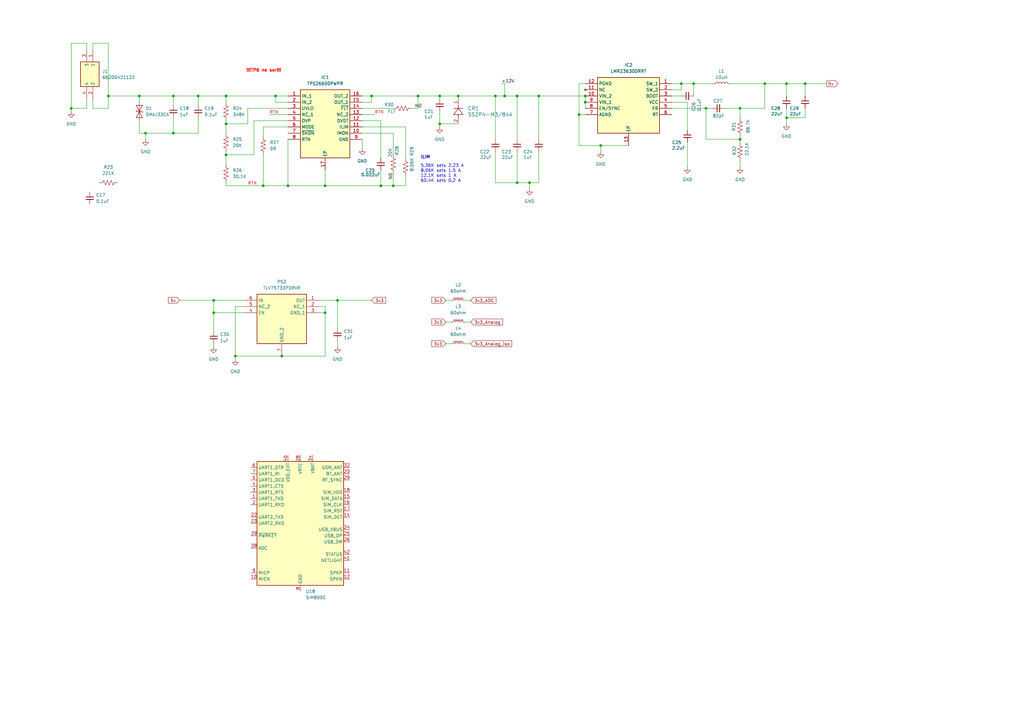
<source format=kicad_sch>
(kicad_sch (version 20231120) (generator "eeschema") (generator_version "8.0")
  (paper "A3")
  (lib_symbols
    (symbol "2024-07-17_21-12-58:SS2P4-M3_84A" (pin_names (offset 0.254))
      (property "Reference" "CR" (at 5.08 4.445 0))
      (property "Value" "SS2P4-M3/84A" (at 5.08 -3.81 0))
      (symbol "SS2P4-M3_84A_0_1"
        (polyline (pts (xy 2.54 0) (xy 3.4798 0)) (stroke (width 0.2032)))
        (polyline (pts (xy 3.175 0) (xy 3.81 0)) (stroke (width 0.2032)))
        (polyline (pts (xy 3.81 -1.905) (xy 6.35 0)) (stroke (width 0.2032)))
        (polyline (pts (xy 3.81 1.905) (xy 3.81 -1.905)) (stroke (width 0.2032)))
        (polyline (pts (xy 6.35 -1.905) (xy 6.35 1.905)) (stroke (width 0.2032)))
        (polyline (pts (xy 6.35 0) (xy 3.81 1.905)) (stroke (width 0.2032)))
        (polyline (pts (xy 6.35 0) (xy 7.62 0)) (stroke (width 0.2032)))
        (pin unspecified line (at 10.16 0 180) (length 2.54) (name "") (number "1"))
        (pin unspecified line (at 0 0 0) (length 2.54) (name "") (number "2"))
      )
    )
    (symbol "66200421122:66200421122"
      (property "Reference" "J" (at 16.51 7.62 0))
      (property "Value" "66200421122" (at 16.51 5.08 0))
      (symbol "66200421122_1_1"
        (rectangle (start 5.08 2.54) (end 15.24 -5.08) (stroke (width 0.254)) (fill (type background)))
        (pin passive line (at 20.32 -2.54 180) (length 5.08) (name "1") (number "1"))
        (pin passive line (at 0 -2.54 0) (length 5.08) (name "2") (number "2"))
        (pin passive line (at 20.32 0 180) (length 5.08) (name "3") (number "3"))
        (pin passive line (at 0 0 0) (length 5.08) (name "4") (number "4"))
      )
    )
    (symbol "Device:C_Small" (pin_numbers hide) (pin_names (offset 0.254) hide)
      (property "Reference" "C" (at 0.254 1.778 0))
      (property "Value" "C_Small" (at 0.254 -2.032 0))
      (symbol "C_Small_0_1"
        (polyline (pts (xy -1.524 -0.508) (xy 1.524 -0.508)) (stroke (width 0.3302)))
        (polyline (pts (xy -1.524 0.508) (xy 1.524 0.508)) (stroke (width 0.3048)))
      )
      (symbol "C_Small_1_1"
        (pin passive line (at 0 2.54 270) (length 2.032) (name "~") (number "1"))
        (pin passive line (at 0 -2.54 90) (length 2.032) (name "~") (number "2"))
      )
    )
    (symbol "Device:L" (pin_numbers hide) (pin_names (offset 1.016) hide)
      (property "Reference" "L" (at -1.27 0 90))
      (property "Value" "L" (at 1.905 0 90))
      (symbol "L_0_1"
        (arc (start 0 -2.54) (mid 0.6323 -1.905) (end 0 -1.27))
        (arc (start 0 -1.27) (mid 0.6323 -0.635) (end 0 0))
        (arc (start 0 0) (mid 0.6323 0.635) (end 0 1.27))
        (arc (start 0 1.27) (mid 0.6323 1.905) (end 0 2.54))
      )
      (symbol "L_1_1"
        (pin passive line (at 0 3.81 270) (length 1.27) (name "1") (number "1"))
        (pin passive line (at 0 -3.81 90) (length 1.27) (name "2") (number "2"))
      )
    )
    (symbol "Device:L_Ferrite_Small" (pin_numbers hide) (pin_names (offset 0.254) hide)
      (property "Reference" "L" (at 1.27 1.016 0))
      (property "Value" "L_Ferrite_Small" (at 1.27 -1.27 0))
      (symbol "L_Ferrite_Small_0_1"
        (arc (start 0 -2.032) (mid 0.5058 -1.524) (end 0 -1.016))
        (arc (start 0 -1.016) (mid 0.5058 -0.508) (end 0 0))
        (polyline (pts (xy 0.762 -1.905) (xy 0.762 -1.651)))
        (polyline (pts (xy 0.762 -1.397) (xy 0.762 -1.143)))
        (polyline (pts (xy 0.762 -0.889) (xy 0.762 -0.635)))
        (polyline (pts (xy 0.762 -0.381) (xy 0.762 -0.127)))
        (polyline (pts (xy 0.762 0.127) (xy 0.762 0.381)))
        (polyline (pts (xy 0.762 0.635) (xy 0.762 0.889)))
        (polyline (pts (xy 0.762 1.143) (xy 0.762 1.397)))
        (polyline (pts (xy 0.762 1.651) (xy 0.762 1.905)))
        (polyline (pts (xy 1.016 -1.651) (xy 1.016 -1.905)))
        (polyline (pts (xy 1.016 -1.143) (xy 1.016 -1.397)))
        (polyline (pts (xy 1.016 -0.635) (xy 1.016 -0.889)))
        (polyline (pts (xy 1.016 -0.127) (xy 1.016 -0.381)))
        (polyline (pts (xy 1.016 0.381) (xy 1.016 0.127)))
        (polyline (pts (xy 1.016 0.889) (xy 1.016 0.635)))
        (polyline (pts (xy 1.016 1.397) (xy 1.016 1.143)))
        (polyline (pts (xy 1.016 1.905) (xy 1.016 1.651)))
        (arc (start 0 0) (mid 0.5058 0.508) (end 0 1.016))
        (arc (start 0 1.016) (mid 0.5058 1.524) (end 0 2.032))
      )
      (symbol "L_Ferrite_Small_1_1"
        (pin passive line (at 0 2.54 270) (length 0.508) (name "~") (number "1"))
        (pin passive line (at 0 -2.54 90) (length 0.508) (name "~") (number "2"))
      )
    )
    (symbol "Device:R_US" (pin_numbers hide) (pin_names (offset 0))
      (property "Reference" "R" (at 2.54 0 90))
      (property "Value" "R_US" (at -2.54 0 90))
      (symbol "R_US_0_1"
        (polyline (pts (xy 0 -2.286) (xy 0 -2.54)))
        (polyline (pts (xy 0 2.286) (xy 0 2.54)))
        (polyline (pts (xy 0 -0.762) (xy 1.016 -1.143) (xy 0 -1.524) (xy -1.016 -1.905) (xy 0 -2.286)))
        (polyline (pts (xy 0 0.762) (xy 1.016 0.381) (xy 0 0) (xy -1.016 -0.381) (xy 0 -0.762)))
        (polyline (pts (xy 0 2.286) (xy 1.016 1.905) (xy 0 1.524) (xy -1.016 1.143) (xy 0 0.762)))
      )
      (symbol "R_US_1_1"
        (pin passive line (at 0 3.81 270) (length 1.27) (name "~") (number "1"))
        (pin passive line (at 0 -3.81 90) (length 1.27) (name "~") (number "2"))
      )
    )
    (symbol "Diode:SMAJ33CA" (pin_numbers hide) (pin_names (offset 1.016) hide)
      (property "Reference" "D" (at 0 2.54 0))
      (property "Value" "SMAJ33CA" (at 0 -2.54 0))
      (symbol "SMAJ33CA_0_1"
        (polyline (pts (xy 1.27 0) (xy -1.27 0)))
        (polyline (pts (xy -2.54 -1.27) (xy 0 0) (xy -2.54 1.27) (xy -2.54 -1.27)) (stroke (width 0.2032)))
        (polyline (pts (xy 0.508 1.27) (xy 0 1.27) (xy 0 -1.27) (xy -0.508 -1.27)) (stroke (width 0.2032)))
        (polyline (pts (xy 2.54 1.27) (xy 2.54 -1.27) (xy 0 0) (xy 2.54 1.27)) (stroke (width 0.2032)))
      )
      (symbol "SMAJ33CA_1_1"
        (pin passive line (at -3.81 0 0) (length 2.54) (name "A1") (number "1"))
        (pin passive line (at 3.81 0 180) (length 2.54) (name "A2") (number "2"))
      )
    )
    (symbol "LMR23630DRRT:LMR23630DRRT"
      (property "Reference" "IC" (at 31.75 7.62 0))
      (property "Value" "LMR23630DRRT" (at 31.75 5.08 0))
      (symbol "LMR23630DRRT_1_1"
        (rectangle (start 5.08 2.54) (end 30.48 -20.32) (stroke (width 0.254)) (fill (type background)))
        (pin passive line (at 0 0 0) (length 5.08) (name "SW_1") (number "1"))
        (pin passive line (at 35.56 -5.08 180) (length 5.08) (name "VIN_2") (number "10"))
        (pin no_connect line (at 35.56 -2.54 180) (length 5.08) (name "NC") (number "11"))
        (pin passive line (at 35.56 0 180) (length 5.08) (name "PGND") (number "12"))
        (pin passive line (at 17.78 -25.4 90) (length 5.08) (name "EP") (number "13"))
        (pin passive line (at 0 -2.54 0) (length 5.08) (name "SW_2") (number "2"))
        (pin passive line (at 0 -5.08 0) (length 5.08) (name "BOOT") (number "3"))
        (pin passive line (at 0 -7.62 0) (length 5.08) (name "VCC") (number "4"))
        (pin passive line (at 0 -10.16 0) (length 5.08) (name "FB") (number "5"))
        (pin passive line (at 0 -12.7 0) (length 5.08) (name "RT") (number "6"))
        (pin passive line (at 35.56 -12.7 180) (length 5.08) (name "AGND") (number "7"))
        (pin passive line (at 35.56 -10.16 180) (length 5.08) (name "EN/SYNC") (number "8"))
        (pin passive line (at 35.56 -7.62 180) (length 5.08) (name "VIN_1") (number "9"))
      )
    )
    (symbol "RF_GSM:SIM800C"
      (property "Reference" "U" (at -15.24 26.67 0))
      (property "Value" "SIM800C" (at 12.7 26.67 0))
      (symbol "SIM800C_0_1"
        (rectangle (start -17.78 25.4) (end 17.78 -25.4) (stroke (width 0.254)) (fill (type background)))
      )
      (symbol "SIM800C_1_1"
        (pin output line (at -20.32 10.16 0) (length 2.54) (name "UART1_TXD") (number "1"))
        (pin input line (at -20.32 -22.86 0) (length 2.54) (name "MICN") (number "10"))
        (pin output line (at 20.32 -20.32 180) (length 2.54) (name "SPKP") (number "11"))
        (pin output line (at 20.32 -22.86 180) (length 2.54) (name "SPKN") (number "12"))
        (pin passive line (at 0 -27.94 90) (length 2.54) hide (name "GND") (number "13"))
        (pin input line (at 20.32 2.54 180) (length 2.54) (name "SIM_DET") (number "14"))
        (pin bidirectional line (at 20.32 10.16 180) (length 2.54) (name "SIM_DATA") (number "15"))
        (pin output line (at 20.32 7.62 180) (length 2.54) (name "SIM_CLK") (number "16"))
        (pin output line (at 20.32 5.08 180) (length 2.54) (name "SIM_RST") (number "17"))
        (pin power_out line (at 20.32 12.7 180) (length 2.54) (name "SIM_VDD") (number "18"))
        (pin passive line (at 0 -27.94 90) (length 2.54) hide (name "GND") (number "19"))
        (pin input line (at -20.32 7.62 0) (length 2.54) (name "UART1_RXD") (number "2"))
        (pin passive line (at 20.32 20.32 180) (length 2.54) (name "BT_ANT") (number "20"))
        (pin passive line (at 0 -27.94 90) (length 2.54) hide (name "GND") (number "21"))
        (pin output line (at -20.32 2.54 0) (length 2.54) (name "UART2_TXD") (number "22"))
        (pin input line (at -20.32 0 0) (length 2.54) (name "UART2_RXD") (number "23"))
        (pin input line (at 20.32 -2.54 180) (length 2.54) (name "USB_VBUS") (number "24"))
        (pin bidirectional line (at 20.32 -5.08 180) (length 2.54) (name "USB_DP") (number "25"))
        (pin bidirectional line (at 20.32 -7.62 180) (length 2.54) (name "USB_DM") (number "26"))
        (pin passive line (at 0 -27.94 90) (length 2.54) hide (name "GND") (number "27"))
        (pin power_in line (at 0 27.94 270) (length 2.54) (name "VRTC") (number "28"))
        (pin output line (at 20.32 17.78 180) (length 2.54) (name "RF_SYNC") (number "29"))
        (pin input line (at -20.32 12.7 0) (length 2.54) (name "UART1_RTS") (number "3"))
        (pin passive line (at 0 -27.94 90) (length 2.54) hide (name "GND") (number "30"))
        (pin passive line (at 0 -27.94 90) (length 2.54) hide (name "GND") (number "31"))
        (pin passive line (at 20.32 22.86 180) (length 2.54) (name "GSM_ANT") (number "32"))
        (pin passive line (at 0 -27.94 90) (length 2.54) hide (name "GND") (number "33"))
        (pin power_in line (at 5.08 27.94 270) (length 2.54) (name "VBAT") (number "34"))
        (pin passive line (at 5.08 27.94 270) (length 2.54) hide (name "VBAT") (number "35"))
        (pin passive line (at 0 -27.94 90) (length 2.54) hide (name "GND") (number "36"))
        (pin passive line (at 0 -27.94 90) (length 2.54) hide (name "GND") (number "37"))
        (pin input line (at -20.32 -10.16 0) (length 2.54) (name "ADC") (number "38"))
        (pin input line (at -20.32 -5.08 0) (length 2.54) (name "~{PWRKEY}") (number "39"))
        (pin output line (at -20.32 15.24 0) (length 2.54) (name "UART1_CTS") (number "4"))
        (pin power_out line (at -5.08 27.94 270) (length 2.54) (name "VDD_EXT") (number "40"))
        (pin output line (at 20.32 -15.24 180) (length 2.54) (name "NETLIGHT") (number "41"))
        (pin output line (at 20.32 -12.7 180) (length 2.54) (name "STATUS") (number "42"))
        (pin output line (at -20.32 17.78 0) (length 2.54) (name "UART1_DCD") (number "5"))
        (pin input line (at -20.32 22.86 0) (length 2.54) (name "UART1_DTR") (number "6"))
        (pin output line (at -20.32 20.32 0) (length 2.54) (name "UART1_RI") (number "7"))
        (pin power_in line (at 0 -27.94 90) (length 2.54) (name "GND") (number "8"))
        (pin input line (at -20.32 -20.32 0) (length 2.54) (name "MICP") (number "9"))
      )
    )
    (symbol "TLV75733PDRVR:TLV75733PDRVR"
      (property "Reference" "PS" (at 26.67 7.62 0))
      (property "Value" "TLV75733PDRVR" (at 26.67 5.08 0))
      (symbol "TLV75733PDRVR_1_1"
        (rectangle (start 5.08 2.54) (end 25.4 -17.78) (stroke (width 0.254)) (fill (type background)))
        (pin output line (at 0 0 0) (length 5.08) (name "OUT") (number "1"))
        (pin passive line (at 0 -2.54 0) (length 5.08) (name "NC_1") (number "2"))
        (pin power_in line (at 0 -5.08 0) (length 5.08) (name "GND_1") (number "3"))
        (pin input line (at 30.48 -5.08 180) (length 5.08) (name "EN") (number "4"))
        (pin passive line (at 30.48 -2.54 180) (length 5.08) (name "NC_2") (number "5"))
        (pin power_in line (at 30.48 0 180) (length 5.08) (name "IN") (number "6"))
        (pin power_in line (at 15.24 -22.86 90) (length 5.08) (name "GND_2") (number "7"))
      )
    )
    (symbol "TPS26600PWPR:TPS26600PWPR"
      (property "Reference" "IC" (at 26.67 7.62 0))
      (property "Value" "TPS26600PWPR" (at 26.67 5.08 0))
      (symbol "TPS26600PWPR_1_1"
        (rectangle (start 5.08 2.54) (end 25.4 -25.4) (stroke (width 0.254)) (fill (type background)))
        (pin passive line (at 0 0 0) (length 5.08) (name "IN_1") (number "1"))
        (pin passive line (at 30.48 -15.24 180) (length 5.08) (name "IMON") (number "10"))
        (pin passive line (at 30.48 -12.7 180) (length 5.08) (name "ILIM") (number "11"))
        (pin passive line (at 30.48 -10.16 180) (length 5.08) (name "DVDT") (number "12"))
        (pin passive line (at 30.48 -7.62 180) (length 5.08) (name "NC_2") (number "13"))
        (pin passive line (at 30.48 -5.08 180) (length 5.08) (name "~{FLT}") (number "14"))
        (pin passive line (at 30.48 -2.54 180) (length 5.08) (name "OUT_1") (number "15"))
        (pin passive line (at 30.48 0 180) (length 5.08) (name "OUT_2") (number "16"))
        (pin passive line (at 15.24 -30.48 90) (length 5.08) (name "EP") (number "17"))
        (pin passive line (at 0 -2.54 0) (length 5.08) (name "IN_2") (number "2"))
        (pin passive line (at 0 -5.08 0) (length 5.08) (name "UVLO") (number "3"))
        (pin passive line (at 0 -7.62 0) (length 5.08) (name "NC_1") (number "4"))
        (pin passive line (at 0 -10.16 0) (length 5.08) (name "OVP") (number "5"))
        (pin passive line (at 0 -12.7 0) (length 5.08) (name "MODE") (number "6"))
        (pin passive line (at 0 -15.24 0) (length 5.08) (name "~{SHDN}") (number "7"))
        (pin passive line (at 0 -17.78 0) (length 5.08) (name "RTN") (number "8"))
        (pin passive line (at 30.48 -17.78 180) (length 5.08) (name "GND") (number "9"))
      )
    )
    (symbol "power:GND" (power) (pin_numbers hide) (pin_names (offset 0) hide)
      (property "Value" "GND" (at 0 -3.81 0))
      (symbol "GND_0_1"
        (polyline (pts (xy 0 0) (xy 0 -1.27) (xy 1.27 -1.27) (xy 0 -2.54) (xy -1.27 -1.27) (xy 0 -1.27)))
      )
      (symbol "GND_1_1"
        (pin power_in line (at 0 0 270) (length 0) (name "~") (number "1"))
      )
    )
  )
  (junction (at 113.03 39.37))
  (junction (at 187.96 39.37))
  (junction (at 71.12 39.37))
  (junction (at 313.69 34.29))
  (junction (at 87.63 128.27))
  (junction (at 180.34 39.37))
  (junction (at 133.35 76.2))
  (junction (at 203.2 39.37))
  (junction (at 171.45 39.37))
  (junction (at 161.29 76.2))
  (junction (at 107.95 76.2))
  (junction (at 217.17 74.93))
  (junction (at 92.71 39.37))
  (junction (at 322.58 34.29))
  (junction (at 29.21 44.45))
  (junction (at 115.57 146.05))
  (junction (at 59.69 54.61))
  (junction (at 156.21 76.2))
  (junction (at 212.09 39.37))
  (junction (at 240.03 39.37))
  (junction (at 246.38 59.69))
  (junction (at 92.71 63.5))
  (junction (at 322.58 48.26))
  (junction (at 138.43 123.19))
  (junction (at 289.56 44.45))
  (junction (at 152.4 39.37))
  (junction (at 81.28 39.37))
  (junction (at 240.03 41.91))
  (junction (at 279.4 34.29))
  (junction (at 44.45 39.37))
  (junction (at 92.71 50.8))
  (junction (at 207.01 39.37))
  (junction (at 96.52 146.05))
  (junction (at 57.15 39.37))
  (junction (at 330.2 34.29))
  (junction (at 87.63 123.19))
  (junction (at 303.53 57.15))
  (junction (at 118.11 76.2))
  (junction (at 284.48 34.29))
  (junction (at 237.49 46.99))
  (junction (at 180.34 50.8))
  (junction (at 133.35 128.27))
  (junction (at 71.12 54.61))
  (junction (at 212.09 74.93))
  (junction (at 220.98 39.37))
  (junction (at 303.53 44.45))
  (wire (pts (xy 313.69 44.45) (xy 313.69 34.29)))
  (wire (pts (xy 330.2 48.26) (xy 322.58 48.26)))
  (wire (pts (xy 110.49 46.99) (xy 118.11 46.99)))
  (wire (pts (xy 92.71 49.53) (xy 92.71 50.8)))
  (wire (pts (xy 92.71 63.5) (xy 92.71 67.31)))
  (wire (pts (xy 118.11 57.15) (xy 118.11 76.2)))
  (wire (pts (xy 330.2 39.37) (xy 330.2 34.29)))
  (wire (pts (xy 205.74 34.29) (xy 207.01 34.29)))
  (wire (pts (xy 161.29 71.12) (xy 161.29 76.2)))
  (wire (pts (xy 92.71 39.37) (xy 113.03 39.37)))
  (wire (pts (xy 59.69 54.61) (xy 59.69 57.15)))
  (wire (pts (xy 166.37 72.39) (xy 166.37 76.2)))
  (wire (pts (xy 212.09 57.15) (xy 212.09 39.37)))
  (wire (pts (xy 279.4 34.29) (xy 284.48 34.29)))
  (wire (pts (xy 180.34 50.8) (xy 187.96 50.8)))
  (wire (pts (xy 133.35 128.27) (xy 130.81 128.27)))
  (wire (pts (xy 101.6 50.8) (xy 92.71 50.8)))
  (wire (pts (xy 187.96 39.37) (xy 203.2 39.37)))
  (wire (pts (xy 220.98 62.23) (xy 220.98 74.93)))
  (wire (pts (xy 322.58 34.29) (xy 313.69 34.29)))
  (wire (pts (xy 29.21 44.45) (xy 35.56 44.45)))
  (wire (pts (xy 133.35 69.85) (xy 133.35 76.2)))
  (wire (pts (xy 96.52 146.05) (xy 96.52 147.32)))
  (wire (pts (xy 289.56 44.45) (xy 289.56 57.15)))
  (wire (pts (xy 81.28 43.18) (xy 81.28 39.37)))
  (wire (pts (xy 130.81 123.19) (xy 138.43 123.19)))
  (wire (pts (xy 187.96 39.37) (xy 187.96 40.64)))
  (wire (pts (xy 330.2 34.29) (xy 322.58 34.29)))
  (wire (pts (xy 35.56 44.45) (xy 35.56 40.64)))
  (wire (pts (xy 212.09 74.93) (xy 212.09 62.23)))
  (wire (pts (xy 303.53 44.45) (xy 297.18 44.45)))
  (wire (pts (xy 92.71 62.23) (xy 92.71 63.5)))
  (wire (pts (xy 161.29 76.2) (xy 156.21 76.2)))
  (wire (pts (xy 107.95 63.5) (xy 107.95 76.2)))
  (wire (pts (xy 190.5 140.97) (xy 193.04 140.97)))
  (wire (pts (xy 130.81 125.73) (xy 133.35 125.73)))
  (wire (pts (xy 240.03 44.45) (xy 240.03 41.91)))
  (wire (pts (xy 81.28 54.61) (xy 71.12 54.61)))
  (wire (pts (xy 44.45 39.37) (xy 44.45 44.45)))
  (wire (pts (xy 190.5 123.19) (xy 193.04 123.19)))
  (wire (pts (xy 180.34 40.64) (xy 180.34 39.37)))
  (wire (pts (xy 118.11 44.45) (xy 101.6 44.45)))
  (wire (pts (xy 161.29 54.61) (xy 161.29 63.5)))
  (wire (pts (xy 322.58 39.37) (xy 322.58 34.29)))
  (wire (pts (xy 133.35 76.2) (xy 118.11 76.2)))
  (wire (pts (xy 118.11 52.07) (xy 107.95 52.07)))
  (wire (pts (xy 59.69 54.61) (xy 71.12 54.61)))
  (wire (pts (xy 138.43 139.7) (xy 138.43 142.24)))
  (wire (pts (xy 220.98 39.37) (xy 240.03 39.37)))
  (wire (pts (xy 153.67 46.99) (xy 148.59 46.99)))
  (wire (pts (xy 275.59 34.29) (xy 279.4 34.29)))
  (wire (pts (xy 152.4 39.37) (xy 152.4 41.91)))
  (wire (pts (xy 237.49 59.69) (xy 237.49 46.99)))
  (wire (pts (xy 87.63 123.19) (xy 87.63 128.27)))
  (wire (pts (xy 275.59 39.37) (xy 279.4 39.37)))
  (wire (pts (xy 180.34 45.72) (xy 180.34 50.8)))
  (wire (pts (xy 313.69 34.29) (xy 299.72 34.29)))
  (wire (pts (xy 171.45 39.37) (xy 180.34 39.37)))
  (wire (pts (xy 96.52 125.73) (xy 96.52 146.05)))
  (wire (pts (xy 303.53 48.26) (xy 303.53 44.45)))
  (wire (pts (xy 240.03 34.29) (xy 237.49 34.29)))
  (wire (pts (xy 281.94 41.91) (xy 281.94 53.34)))
  (wire (pts (xy 118.11 41.91) (xy 113.03 41.91)))
  (wire (pts (xy 217.17 74.93) (xy 212.09 74.93)))
  (wire (pts (xy 138.43 123.19) (xy 138.43 134.62)))
  (wire (pts (xy 148.59 39.37) (xy 152.4 39.37)))
  (wire (pts (xy 203.2 62.23) (xy 203.2 74.93)))
  (wire (pts (xy 303.53 66.04) (xy 303.53 68.58)))
  (wire (pts (xy 212.09 39.37) (xy 220.98 39.37)))
  (wire (pts (xy 104.14 49.53) (xy 104.14 63.5)))
  (wire (pts (xy 156.21 69.85) (xy 156.21 76.2)))
  (wire (pts (xy 71.12 54.61) (xy 71.12 48.26)))
  (wire (pts (xy 303.53 44.45) (xy 313.69 44.45)))
  (wire (pts (xy 113.03 39.37) (xy 118.11 39.37)))
  (wire (pts (xy 182.88 123.19) (xy 185.42 123.19)))
  (wire (pts (xy 237.49 46.99) (xy 240.03 46.99)))
  (wire (pts (xy 73.66 123.19) (xy 87.63 123.19)))
  (wire (pts (xy 148.59 54.61) (xy 161.29 54.61)))
  (wire (pts (xy 246.38 59.69) (xy 246.38 62.23)))
  (wire (pts (xy 57.15 49.53) (xy 57.15 54.61)))
  (wire (pts (xy 180.34 50.8) (xy 180.34 52.07)))
  (wire (pts (xy 220.98 74.93) (xy 217.17 74.93)))
  (wire (pts (xy 87.63 140.97) (xy 87.63 142.24)))
  (wire (pts (xy 113.03 41.91) (xy 113.03 39.37)))
  (wire (pts (xy 92.71 76.2) (xy 92.71 74.93)))
  (wire (pts (xy 29.21 17.78) (xy 29.21 44.45)))
  (wire (pts (xy 96.52 146.05) (xy 115.57 146.05)))
  (wire (pts (xy 148.59 44.45) (xy 161.29 44.45)))
  (wire (pts (xy 152.4 123.19) (xy 138.43 123.19)))
  (wire (pts (xy 284.48 39.37) (xy 284.48 34.29)))
  (wire (pts (xy 212.09 39.37) (xy 207.01 39.37)))
  (wire (pts (xy 104.14 63.5) (xy 92.71 63.5)))
  (wire (pts (xy 35.56 20.32) (xy 35.56 17.78)))
  (wire (pts (xy 115.57 146.05) (xy 133.35 146.05)))
  (wire (pts (xy 100.33 128.27) (xy 87.63 128.27)))
  (wire (pts (xy 107.95 76.2) (xy 118.11 76.2)))
  (wire (pts (xy 152.4 39.37) (xy 171.45 39.37)))
  (wire (pts (xy 237.49 34.29) (xy 237.49 46.99)))
  (wire (pts (xy 203.2 57.15) (xy 203.2 39.37)))
  (wire (pts (xy 133.35 146.05) (xy 133.35 128.27)))
  (wire (pts (xy 284.48 34.29) (xy 292.1 34.29)))
  (wire (pts (xy 207.01 39.37) (xy 203.2 39.37)))
  (wire (pts (xy 38.1 44.45) (xy 38.1 40.64)))
  (wire (pts (xy 182.88 132.08) (xy 185.42 132.08)))
  (wire (pts (xy 303.53 57.15) (xy 303.53 58.42)))
  (wire (pts (xy 71.12 39.37) (xy 81.28 39.37)))
  (wire (pts (xy 330.2 34.29) (xy 339.09 34.29)))
  (wire (pts (xy 100.33 123.19) (xy 87.63 123.19)))
  (wire (pts (xy 44.45 44.45) (xy 38.1 44.45)))
  (wire (pts (xy 240.03 39.37) (xy 240.03 41.91)))
  (wire (pts (xy 217.17 74.93) (xy 217.17 77.47)))
  (wire (pts (xy 207.01 34.29) (xy 207.01 39.37)))
  (wire (pts (xy 57.15 41.91) (xy 57.15 39.37)))
  (wire (pts (xy 71.12 43.18) (xy 71.12 39.37)))
  (wire (pts (xy 275.59 44.45) (xy 289.56 44.45)))
  (wire (pts (xy 279.4 34.29) (xy 279.4 36.83)))
  (wire (pts (xy 35.56 17.78) (xy 29.21 17.78)))
  (wire (pts (xy 92.71 76.2) (xy 107.95 76.2)))
  (wire (pts (xy 100.33 125.73) (xy 96.52 125.73)))
  (wire (pts (xy 44.45 17.78) (xy 44.45 39.37)))
  (wire (pts (xy 330.2 44.45) (xy 330.2 48.26)))
  (wire (pts (xy 81.28 48.26) (xy 81.28 54.61)))
  (wire (pts (xy 246.38 59.69) (xy 237.49 59.69)))
  (wire (pts (xy 289.56 57.15) (xy 303.53 57.15)))
  (wire (pts (xy 190.5 132.08) (xy 193.04 132.08)))
  (wire (pts (xy 275.59 36.83) (xy 279.4 36.83)))
  (wire (pts (xy 148.59 57.15) (xy 148.59 60.96)))
  (wire (pts (xy 220.98 57.15) (xy 220.98 39.37)))
  (wire (pts (xy 166.37 76.2) (xy 161.29 76.2)))
  (wire (pts (xy 203.2 74.93) (xy 212.09 74.93)))
  (wire (pts (xy 322.58 44.45) (xy 322.58 48.26)))
  (wire (pts (xy 168.91 44.45) (xy 171.45 44.45)))
  (wire (pts (xy 38.1 20.32) (xy 38.1 17.78)))
  (wire (pts (xy 118.11 49.53) (xy 104.14 49.53)))
  (wire (pts (xy 133.35 76.2) (xy 156.21 76.2)))
  (wire (pts (xy 87.63 128.27) (xy 87.63 135.89)))
  (wire (pts (xy 38.1 17.78) (xy 44.45 17.78)))
  (wire (pts (xy 182.88 140.97) (xy 185.42 140.97)))
  (wire (pts (xy 57.15 54.61) (xy 59.69 54.61)))
  (wire (pts (xy 289.56 44.45) (xy 292.1 44.45)))
  (wire (pts (xy 29.21 44.45) (xy 29.21 45.72)))
  (wire (pts (xy 92.71 50.8) (xy 92.71 54.61)))
  (wire (pts (xy 156.21 49.53) (xy 156.21 64.77)))
  (wire (pts (xy 101.6 44.45) (xy 101.6 50.8)))
  (wire (pts (xy 281.94 58.42) (xy 281.94 68.58)))
  (wire (pts (xy 148.59 52.07) (xy 166.37 52.07)))
  (wire (pts (xy 148.59 49.53) (xy 156.21 49.53)))
  (wire (pts (xy 322.58 48.26) (xy 322.58 50.8)))
  (wire (pts (xy 133.35 125.73) (xy 133.35 128.27)))
  (wire (pts (xy 92.71 39.37) (xy 92.71 41.91)))
  (wire (pts (xy 148.59 41.91) (xy 152.4 41.91)))
  (wire (pts (xy 44.45 39.37) (xy 57.15 39.37)))
  (wire (pts (xy 171.45 39.37) (xy 171.45 44.45)))
  (wire (pts (xy 180.34 39.37) (xy 187.96 39.37)))
  (wire (pts (xy 303.53 55.88) (xy 303.53 57.15)))
  (wire (pts (xy 107.95 52.07) (xy 107.95 55.88)))
  (wire (pts (xy 166.37 52.07) (xy 166.37 64.77)))
  (wire (pts (xy 257.81 59.69) (xy 246.38 59.69)))
  (wire (pts (xy 81.28 39.37) (xy 92.71 39.37)))
  (wire (pts (xy 275.59 41.91) (xy 281.94 41.91)))
  (wire (pts (xy 71.12 39.37) (xy 57.15 39.37)))
  (text "ILIM" (at 172.466 64.516 0) (effects (font (size 1.27 1.27) (thickness 0.254) (bold yes)) (justify left)))
  (text "!!!TP6 ne sor!!!" (at 108.204 28.956 0) (effects (font (size 1.27 1.27) (thickness 0.254) (bold yes))))
  (text "5.36K sets 2.23 A\n8.06K sets 1.5 A\n12.1K sets 1 A\n60.4K sets 0.2 A" (at 172.466 71.12 0) (effects (font (size 1.27 1.27)) (justify left)))
  (label "RTN" (at 153.67 46.99 0))
  (label "+12V" (at 205.74 34.29 0))
  (label "NO" (at 170.18 44.45 0))
  (label "RTN" (at 101.6 76.2 0))
  (label "NO" (at 161.29 73.66 90))
  (label "RTN" (at 110.49 46.99 0))
  (global_label "3v3_ADC" (shape input) (at 193.04 123.19 0) (property "Intersheetrefs" "${INTERSHEET_REFS}" (effects (hide yes))))
  (global_label "3v3" (shape input) (at 182.88 140.97 180) (property "Intersheetrefs" "${INTERSHEET_REFS}" (effects (hide yes))))
  (global_label "3v3" (shape input) (at 152.4 123.19 0) (property "Intersheetrefs" "${INTERSHEET_REFS}" (effects (hide yes))))
  (global_label "3v3" (shape input) (at 182.88 123.19 180) (property "Intersheetrefs" "${INTERSHEET_REFS}" (effects (hide yes))))
  (global_label "3v3_Analog" (shape input) (at 193.04 132.08 0) (property "Intersheetrefs" "${INTERSHEET_REFS}" (effects (hide yes))))
  (global_label "3v3_Analog_iso" (shape input) (at 193.04 140.97 0) (property "Intersheetrefs" "${INTERSHEET_REFS}" (effects (hide yes))))
  (global_label "5v" (shape input) (at 73.66 123.19 180) (property "Intersheetrefs" "${INTERSHEET_REFS}" (effects (hide yes))))
  (global_label "5v" (shape output) (at 339.09 34.29 0) (property "Intersheetrefs" "${INTERSHEET_REFS}" (effects (hide yes))))
  (global_label "3v3" (shape input) (at 182.88 132.08 180) (property "Intersheetrefs" "${INTERSHEET_REFS}" (effects (hide yes))))
  (symbol (lib_id "Device:C_Small") (at 212.09 59.69 0) (unit 1)
    (property "Reference" "C23" (at 205.74 62.23 0) (effects (justify left)))
    (property "Value" "22uF" (at 205.74 64.516 0) (effects (justify left)))
    (property "Description" "Unpolarized capacitor, small symbol" (effects (hide yes)))
  )
  (symbol (lib_id "Device:C_Small") (at 294.64 44.45 90) (unit 1)
    (property "Reference" "C27" (at 296.418 41.402 90) (effects (justify left)))
    (property "Value" "82pF" (at 297.18 47.498 90) (effects (justify left)))
    (property "Description" "Unpolarized capacitor, small symbol" (effects (hide yes)))
  )
  (symbol (lib_id "Device:C_Small") (at 81.28 45.72 0) (unit 1)
    (property "Reference" "C19" (at 83.82 44.4562 0) (effects (justify left)))
    (property "Value" "0.1uF" (at 83.82 46.9962 0) (effects (justify left)))
    (property "Description" "Unpolarized capacitor, small symbol" (effects (hide yes)))
  )
  (symbol (lib_id "power:GND") (at 303.53 68.58 0) (mirror y) (unit 1)
    (property "Reference" "#PWR024" (effects (hide yes)))
    (property "Value" "GND" (at 303.53 73.66 0))
    (property "Description" "Power symbol creates a global label with name \"GND\" , ground" (effects (hide yes)))
  )
  (symbol (lib_id "TPS26600PWPR:TPS26600PWPR") (at 118.11 39.37 0) (unit 1)
    (property "Reference" "IC1" (at 133.35 31.75 0))
    (property "Value" "TPS26600PWPR" (at 133.35 34.29 0))
    (property "Footprint" "SOP65P640X120-17N" (effects (hide yes)))
    (property "Datasheet" "http://www.ti.com/lit/gpn/tps2660" (effects (hide yes)))
    (property "Description" "60V 2A Industrial eFuse With Integrated Reverse-Input Polarity Protection" (effects (hide yes)))
    (property "Height" "1.2" (effects (hide yes)))
    (property "Mouser Part Number" "595-TPS26600PWPR" (effects (hide yes)))
    (property "Mouser Price/Stock" "https://www.mouser.co.uk/ProductDetail/Texas-Instruments/TPS26600PWPR?qs=Bho%2FbeBaDExFVQBFO8fB%2FQ%3D%3D" (effects (hide yes)))
    (property "Manufacturer_Name" "Texas Instruments" (effects (hide yes)))
    (property "Manufacturer_Part_Number" "TPS26600PWPR" (effects (hide yes)))
  )
  (symbol (lib_id "Device:C_Small") (at 220.98 59.69 0) (unit 1)
    (property "Reference" "C24" (at 214.63 62.23 0) (effects (justify left)))
    (property "Value" "1uF" (at 214.63 64.516 0) (effects (justify left)))
    (property "Description" "Unpolarized capacitor, small symbol" (effects (hide yes)))
  )
  (symbol (lib_id "RF_GSM:SIM800C") (at 123.19 214.63 0) (unit 1)
    (property "Reference" "U18" (at 125.3841 242.57 0) (effects (justify left)))
    (property "Value" "SIM800C" (at 125.3841 245.11 0) (effects (justify left)))
    (property "Footprint" "RF_GSM:SIMCom_SIM800C" (effects (hide yes)))
    (property "Datasheet" "http://simcom.ee/documents/SIM800C/SIM800C_Hardware_Design_V1.05.pdf" (effects (hide yes)))
    (property "Description" "GSM Quad-Band Communication Module, GPRS, Audio Engine, AT Command Set, Bluetooth is Optional" (effects (hide yes)))
  )
  (symbol (lib_id "Device:C_Small") (at 281.94 55.88 0) (unit 1)
    (property "Reference" "C25" (at 275.59 58.42 0) (effects (justify left)))
    (property "Value" "2.2uF" (at 275.59 60.706 0) (effects (justify left)))
    (property "Description" "Unpolarized capacitor, small symbol" (effects (hide yes)))
  )
  (symbol (lib_id "Device:R_US") (at 92.71 58.42 0) (unit 1)
    (property "Reference" "R25" (at 95.4119 57.1499 0) (effects (justify left)))
    (property "Value" "20K" (at 95.4119 59.6899 0) (effects (justify left)))
    (property "Description" "Resistor, US symbol" (effects (hide yes)))
  )
  (symbol (lib_id "LMR23630DRRT:LMR23630DRRT") (at 275.59 34.29 0) (mirror y) (unit 1)
    (property "Reference" "IC2" (at 257.81 26.67 0))
    (property "Value" "LMR23630DRRT" (at 257.81 29.21 0))
    (property "Footprint" "SON50P300X300X80-13N-D" (effects (hide yes)))
    (property "Datasheet" "http://www.ti.com/lit/gpn/lmr23630" (effects (hide yes)))
    (property "Description" "SIMPLE SWITCHER, 36V 3A Synchronous Step-Down Converter" (effects (hide yes)))
    (property "Height" "0.8" (effects (hide yes)))
    (property "Mouser Part Number" "595-LMR23630DRRT" (effects (hide yes)))
    (property "Mouser Price/Stock" "https://www.mouser.co.uk/ProductDetail/Texas-Instruments/LMR23630DRRT?qs=5aG0NVq1C4xDlJG4hBh3gQ%3D%3D" (effects (hide yes)))
    (property "Manufacturer_Name" "Texas Instruments" (effects (hide yes)))
    (property "Manufacturer_Part_Number" "LMR23630DRRT" (effects (hide yes)))
  )
  (symbol (lib_id "Device:R_US") (at 92.71 45.72 0) (unit 1)
    (property "Reference" "R24" (at 95.4119 44.4499 0) (effects (justify left)))
    (property "Value" "348K" (at 95.4119 46.9899 0) (effects (justify left)))
    (property "Description" "Resistor, US symbol" (effects (hide yes)))
  )
  (symbol (lib_id "Device:L_Ferrite_Small") (at 187.96 123.19 90) (unit 1)
    (property "Reference" "L2" (at 187.96 116.84 90))
    (property "Value" "60ohm" (at 187.96 119.38 90))
    (property "Footprint" "Inductor_SMD:L_0201_0603Metric" (effects (hide yes)))
    (property "Description" "Inductor with ferrite core, small symbol" (effects (hide yes)))
  )
  (symbol (lib_id "Device:C_Small") (at 203.2 59.69 0) (unit 1)
    (property "Reference" "C22" (at 196.85 62.23 0) (effects (justify left)))
    (property "Value" "22uF" (at 196.85 64.516 0) (effects (justify left)))
    (property "Description" "Unpolarized capacitor, small symbol" (effects (hide yes)))
  )
  (symbol (lib_id "66200421122:66200421122") (at 35.56 40.64 90) (unit 1)
    (property "Reference" "J1" (at 41.91 29.2099 90) (effects (justify right)))
    (property "Value" "66200421122" (at 41.91 31.7499 90) (effects (justify right)))
    (property "Footprint" "66200421122" (effects (hide yes)))
    (property "Datasheet" "https://www.we-online.com/catalog/datasheet/66200421122_valid_from_2022-04-21.pdf" (effects (hide yes)))
    (property "Description" "Wurth Elektronik WR-MPC3 Series, Series Number 6620, 3mm Pitch 4 Way 2 Row Straight PCB Header, Solder Termination, 5A" (effects (hide yes)))
    (property "Height" "10.05" (effects (hide yes)))
    (property "Mouser Part Number" "710-66200421122" (effects (hide yes)))
    (property "Mouser Price/Stock" "https://www.mouser.co.uk/ProductDetail/Wurth-Elektronik/66200421122?qs=ZtY9WdtwX56zKAAvhvhgng%3D%3D" (effects (hide yes)))
    (property "Manufacturer_Name" "Wurth Elektronik" (effects (hide yes)))
    (property "Manufacturer_Part_Number" "66200421122" (effects (hide yes)))
  )
  (symbol (lib_id "Device:C_Small") (at 330.2 41.91 0) (unit 1)
    (property "Reference" "C29" (at 323.85 44.45 0) (effects (justify left)))
    (property "Value" "22uF" (at 323.85 46.736 0) (effects (justify left)))
    (property "Description" "Unpolarized capacitor, small symbol" (effects (hide yes)))
  )
  (symbol (lib_id "power:GND") (at 59.69 57.15 0) (unit 1)
    (property "Reference" "#PWR018" (effects (hide yes)))
    (property "Value" "GND" (at 59.69 62.23 0))
    (property "Description" "Power symbol creates a global label with name \"GND\" , ground" (effects (hide yes)))
  )
  (symbol (lib_id "Device:L") (at 295.91 34.29 90) (unit 1)
    (property "Reference" "L1" (at 295.91 29.21 90))
    (property "Value" "10uH" (at 295.91 31.75 90))
    (property "Description" "Inductor" (effects (hide yes)))
  )
  (symbol (lib_id "Device:R_US") (at 165.1 44.45 90) (unit 1)
    (property "Reference" "R30" (at 161.544 42.926 90) (effects (justify left)))
    (property "Value" "FLT" (at 162.306 45.72 90) (effects (justify left)))
    (property "Description" "Resistor, US symbol" (effects (hide yes)))
  )
  (symbol (lib_id "power:GND") (at 217.17 77.47 0) (unit 1)
    (property "Reference" "#PWR021" (effects (hide yes)))
    (property "Value" "GND" (at 217.17 82.55 0))
    (property "Description" "Power symbol creates a global label with name \"GND\" , ground" (effects (hide yes)))
  )
  (symbol (lib_id "Device:C_Small") (at 156.21 67.31 0) (unit 1)
    (property "Reference" "C20" (at 149.86 69.85 0) (effects (justify left)))
    (property "Value" "0.022uF" (at 148.082 71.628 0) (effects (justify left)))
    (property "Description" "Unpolarized capacitor, small symbol" (effects (hide yes)))
  )
  (symbol (lib_id "Device:R_US") (at 166.37 68.58 0) (unit 1)
    (property "Reference" "R29" (at 168.91 64.008 90) (effects (justify left)))
    (property "Value" "8.06K" (at 168.91 70.358 90) (effects (justify left)))
    (property "Description" "Resistor, US symbol" (effects (hide yes)))
  )
  (symbol (lib_id "Device:R_US") (at 303.53 62.23 0) (unit 1)
    (property "Reference" "R32" (at 301.244 63.754 90) (effects (justify left)))
    (property "Value" "22.1K" (at 306.324 64.008 90) (effects (justify left)))
    (property "Description" "Resistor, US symbol" (effects (hide yes)))
  )
  (symbol (lib_id "Diode:SMAJ33CA") (at 57.15 45.72 90) (unit 1)
    (property "Reference" "D1" (at 59.69 44.4499 90) (effects (justify right)))
    (property "Value" "SMAJ33CA" (at 59.69 46.9899 90) (effects (justify right)))
    (property "Footprint" "Diode_SMD:D_SMA" (effects (hide yes)))
    (property "Datasheet" "https://www.littelfuse.com/media?resourcetype=datasheets&itemid=75e32973-b177-4ee3-a0ff-cedaf1abdb93&filename=smaj-datasheet" (effects (hide yes)))
    (property "Description" "400W bidirectional Transient Voltage Suppressor, 33.0Vr, SMA(DO-214AC)" (effects (hide yes)))
  )
  (symbol (lib_id "power:GND") (at 138.43 142.24 0) (unit 1)
    (property "Reference" "#PWR032" (effects (hide yes)))
    (property "Value" "GND" (at 138.43 147.32 0))
    (property "Description" "Power symbol creates a global label with name \"GND\" , ground" (effects (hide yes)))
  )
  (symbol (lib_id "Device:C_Small") (at 36.83 81.28 0) (unit 1)
    (property "Reference" "C17" (at 39.37 80.0162 0) (effects (justify left)))
    (property "Value" "0.1uF" (at 39.37 82.5562 0) (effects (justify left)))
    (property "Description" "Unpolarized capacitor, small symbol" (effects (hide yes)))
  )
  (symbol (lib_id "Device:R_US") (at 107.95 59.69 0) (unit 1)
    (property "Reference" "R27" (at 110.6519 58.4199 0) (effects (justify left)))
    (property "Value" "0R" (at 110.6519 60.9599 0) (effects (justify left)))
    (property "Description" "Resistor, US symbol" (effects (hide yes)))
  )
  (symbol (lib_id "power:GND") (at 87.63 142.24 0) (unit 1)
    (property "Reference" "#PWR030" (effects (hide yes)))
    (property "Value" "GND" (at 87.63 147.32 0))
    (property "Description" "Power symbol creates a global label with name \"GND\" , ground" (effects (hide yes)))
  )
  (symbol (lib_id "power:GND") (at 281.94 68.58 0) (mirror y) (unit 1)
    (property "Reference" "#PWR023" (effects (hide yes)))
    (property "Value" "GND" (at 281.94 73.66 0))
    (property "Description" "Power symbol creates a global label with name \"GND\" , ground" (effects (hide yes)))
  )
  (symbol (lib_id "Device:L_Ferrite_Small") (at 187.96 132.08 90) (unit 1)
    (property "Reference" "L3" (at 187.96 125.73 90))
    (property "Value" "60ohm" (at 187.96 128.27 90))
    (property "Footprint" "Inductor_SMD:L_0201_0603Metric" (effects (hide yes)))
    (property "Description" "Inductor with ferrite core, small symbol" (effects (hide yes)))
  )
  (symbol (lib_id "Device:C_Small") (at 281.94 39.37 90) (unit 1)
    (property "Reference" "C26" (at 284.48 45.72 0) (effects (justify left)))
    (property "Value" "0.1uF" (at 286.766 45.72 0) (effects (justify left)))
    (property "Description" "Unpolarized capacitor, small symbol" (effects (hide yes)))
  )
  (symbol (lib_id "2024-07-17_21-12-58:SS2P4-M3_84A") (at 187.96 50.8 90) (unit 1)
    (property "Reference" "CR1" (at 191.77 44.4499 90) (effects (font (size 1.524 1.524)) (justify right)))
    (property "Value" "SS2P4-M3/84A" (at 191.77 46.9899 90) (effects (font (size 1.524 1.524)) (justify right)))
    (property "Footprint" "CR_2P4-M3/84A_VIS" (effects (hide yes)))
    (property "Datasheet" "SS2P4-M3/84A" (effects (hide yes)))
  )
  (symbol (lib_id "Device:C_Small") (at 71.12 45.72 0) (unit 1)
    (property "Reference" "C18" (at 73.66 44.4562 0) (effects (justify left)))
    (property "Value" "1uF" (at 73.66 46.9962 0) (effects (justify left)))
    (property "Description" "Unpolarized capacitor, small symbol" (effects (hide yes)))
  )
  (symbol (lib_id "Device:C_Small") (at 138.43 137.16 0) (unit 1)
    (property "Reference" "C31" (at 140.97 135.8962 0) (effects (justify left)))
    (property "Value" "1uF" (at 140.97 138.4362 0) (effects (justify left)))
    (property "Description" "Unpolarized capacitor, small symbol" (effects (hide yes)))
  )
  (symbol (lib_id "Device:R_US") (at 303.53 52.07 0) (unit 1)
    (property "Reference" "R31" (at 300.99 53.848 90) (effects (justify left)))
    (property "Value" "88.7K" (at 306.832 54.61 90) (effects (justify left)))
    (property "Description" "Resistor, US symbol" (effects (hide yes)))
  )
  (symbol (lib_id "power:GND") (at 322.58 50.8 0) (mirror y) (unit 1)
    (property "Reference" "#PWR025" (effects (hide yes)))
    (property "Value" "GND" (at 322.58 55.88 0))
    (property "Description" "Power symbol creates a global label with name \"GND\" , ground" (effects (hide yes)))
  )
  (symbol (lib_id "power:GND") (at 29.21 45.72 0) (unit 1)
    (property "Reference" "#PWR017" (effects (hide yes)))
    (property "Value" "GND" (at 29.21 50.8 0))
    (property "Description" "Power symbol creates a global label with name \"GND\" , ground" (effects (hide yes)))
  )
  (symbol (lib_id "Device:C_Small") (at 180.34 43.18 0) (unit 1)
    (property "Reference" "C21" (at 173.99 45.72 0) (effects (justify left)))
    (property "Value" "1uF" (at 173.99 48.006 0) (effects (justify left)))
    (property "Description" "Unpolarized capacitor, small symbol" (effects (hide yes)))
  )
  (symbol (lib_id "Device:R_US") (at 44.45 74.93 270) (unit 1)
    (property "Reference" "R23" (at 44.45 68.58 90))
    (property "Value" "221K" (at 44.45 71.12 90))
    (property "Description" "Resistor, US symbol" (effects (hide yes)))
  )
  (symbol (lib_id "Device:R_US") (at 92.71 71.12 0) (unit 1)
    (property "Reference" "R26" (at 95.4119 69.8499 0) (effects (justify left)))
    (property "Value" "30.1K" (at 95.4119 72.3899 0) (effects (justify left)))
    (property "Description" "Resistor, US symbol" (effects (hide yes)))
  )
  (symbol (lib_id "power:GND") (at 148.59 60.96 0) (unit 1)
    (property "Reference" "#PWR019" (effects (hide yes)))
    (property "Value" "GND" (at 148.59 66.04 0))
    (property "Description" "Power symbol creates a global label with name \"GND\" , ground" (effects (hide yes)))
  )
  (symbol (lib_id "Device:C_Small") (at 322.58 41.91 0) (unit 1)
    (property "Reference" "C28" (at 316.23 44.45 0) (effects (justify left)))
    (property "Value" "22uF" (at 316.23 46.736 0) (effects (justify left)))
    (property "Description" "Unpolarized capacitor, small symbol" (effects (hide yes)))
  )
  (symbol (lib_id "power:GND") (at 246.38 62.23 0) (mirror y) (unit 1)
    (property "Reference" "#PWR022" (effects (hide yes)))
    (property "Value" "GND" (at 246.38 67.31 0))
    (property "Description" "Power symbol creates a global label with name \"GND\" , ground" (effects (hide yes)))
  )
  (symbol (lib_id "TLV75733PDRVR:TLV75733PDRVR") (at 130.81 123.19 0) (mirror y) (unit 1)
    (property "Reference" "PS2" (at 115.57 115.57 0))
    (property "Value" "TLV75733PDRVR" (at 115.57 118.11 0))
    (property "Footprint" "SON65P200X200X80-7N" (effects (hide yes)))
    (property "Datasheet" "http://www.ti.com/lit/gpn/tlv757p" (effects (hide yes)))
    (property "Description" "LDO Voltage Regulators 1A Low-Quiescent-Current Low-Dropout (LDO) Regulator 6-WSON -40 to 125" (effects (hide yes)))
    (property "Height" "0.8" (effects (hide yes)))
    (property "Mouser Part Number" "595-TLV75733PDRVR" (effects (hide yes)))
    (property "Mouser Price/Stock" "https://www.mouser.co.uk/ProductDetail/Texas-Instruments/TLV75733PDRVR?qs=W0yvOO0ixfGlytsi33vetg%3D%3D" (effects (hide yes)))
    (property "Manufacturer_Name" "Texas Instruments" (effects (hide yes)))
    (property "Manufacturer_Part_Number" "TLV75733PDRVR" (effects (hide yes)))
  )
  (symbol (lib_id "Device:R_US") (at 161.29 67.31 0) (unit 1)
    (property "Reference" "R28" (at 162.814 63.754 90) (effects (justify left)))
    (property "Value" "20K" (at 160.02 64.516 90) (effects (justify left)))
    (property "Description" "Resistor, US symbol" (effects (hide yes)))
  )
  (symbol (lib_id "Device:L_Ferrite_Small") (at 187.96 140.97 90) (unit 1)
    (property "Reference" "L4" (at 187.96 134.62 90))
    (property "Value" "60ohm" (at 187.96 137.16 90))
    (property "Footprint" "Inductor_SMD:L_0201_0603Metric" (effects (hide yes)))
    (property "Description" "Inductor with ferrite core, small symbol" (effects (hide yes)))
  )
  (symbol (lib_id "power:GND") (at 96.52 147.32 0) (unit 1)
    (property "Reference" "#PWR031" (effects (hide yes)))
    (property "Value" "GND" (at 96.52 152.4 0))
    (property "Description" "Power symbol creates a global label with name \"GND\" , ground" (effects (hide yes)))
  )
  (symbol (lib_id "Device:C_Small") (at 87.63 138.43 0) (unit 1)
    (property "Reference" "C30" (at 90.17 137.1662 0) (effects (justify left)))
    (property "Value" "1uF" (at 90.17 139.7062 0) (effects (justify left)))
    (property "Description" "Unpolarized capacitor, small symbol" (effects (hide yes)))
  )
  (symbol (lib_id "power:GND") (at 180.34 52.07 0) (unit 1)
    (property "Reference" "#PWR020" (effects (hide yes)))
    (property "Value" "GND" (at 180.34 57.15 0))
    (property "Description" "Power symbol creates a global label with name \"GND\" , ground" (effects (hide yes)))
  )
)
</source>
